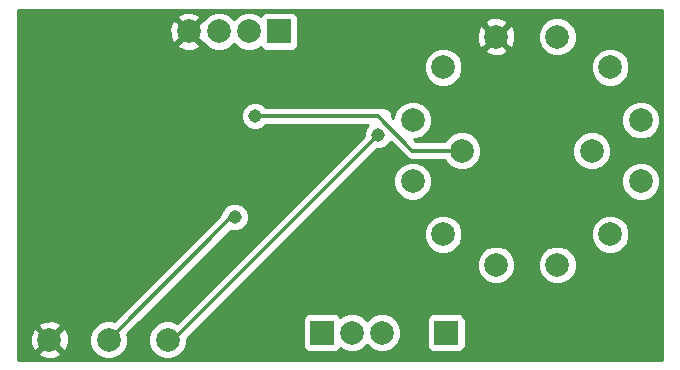
<source format=gbl>
G04 (created by PCBNEW (2013-03-31 BZR 4008)-stable) date 2013-07-27 3:47:37 PM*
%MOIN*%
G04 Gerber Fmt 3.4, Leading zero omitted, Abs format*
%FSLAX34Y34*%
G01*
G70*
G90*
G04 APERTURE LIST*
%ADD10C,0.006*%
%ADD11C,0.0787*%
%ADD12R,0.0787X0.0787*%
%ADD13C,0.0787402*%
%ADD14C,0.045*%
%ADD15C,0.012*%
%ADD16C,0.01*%
G04 APERTURE END LIST*
G54D10*
G54D11*
X13543Y-19133D03*
X11574Y-19133D03*
X15511Y-19133D03*
G54D12*
X19216Y-8858D03*
G54D11*
X18216Y-8858D03*
X17216Y-8858D03*
X16216Y-8858D03*
G54D12*
X24803Y-18897D03*
G54D11*
X21653Y-18897D03*
X22653Y-18897D03*
G54D12*
X20653Y-18897D03*
G54D13*
X23677Y-11814D03*
X24696Y-10051D03*
X26460Y-9031D03*
X28500Y-9031D03*
X30263Y-10051D03*
X31283Y-11814D03*
X29645Y-12834D03*
X25314Y-12834D03*
X23677Y-13854D03*
X24696Y-15618D03*
X26460Y-16637D03*
X28500Y-16637D03*
X30263Y-15618D03*
X31283Y-13854D03*
G54D14*
X16173Y-14888D03*
X12995Y-18504D03*
X17546Y-11730D03*
X15758Y-18168D03*
X23084Y-16318D03*
X24180Y-14780D03*
X22539Y-12303D03*
X17744Y-15039D03*
X18419Y-11679D03*
G54D15*
X15708Y-19133D02*
X15511Y-19133D01*
X22539Y-12303D02*
X15708Y-19133D01*
X17638Y-15039D02*
X13543Y-19133D01*
X17744Y-15039D02*
X17638Y-15039D01*
X22517Y-11679D02*
X18419Y-11679D01*
X23672Y-12834D02*
X25314Y-12834D01*
X22517Y-11679D02*
X23672Y-12834D01*
G54D10*
G36*
X32003Y-19799D02*
X31927Y-19799D01*
X31927Y-13726D01*
X31927Y-11687D01*
X31829Y-11450D01*
X31648Y-11269D01*
X31412Y-11171D01*
X31155Y-11171D01*
X30919Y-11268D01*
X30907Y-11280D01*
X30907Y-9923D01*
X30809Y-9687D01*
X30628Y-9505D01*
X30392Y-9407D01*
X30136Y-9407D01*
X29899Y-9505D01*
X29718Y-9686D01*
X29620Y-9922D01*
X29619Y-10178D01*
X29717Y-10415D01*
X29898Y-10596D01*
X30135Y-10694D01*
X30391Y-10694D01*
X30627Y-10597D01*
X30809Y-10416D01*
X30907Y-10179D01*
X30907Y-9923D01*
X30907Y-11280D01*
X30738Y-11449D01*
X30639Y-11686D01*
X30639Y-11942D01*
X30737Y-12179D01*
X30918Y-12360D01*
X31154Y-12458D01*
X31410Y-12458D01*
X31647Y-12360D01*
X31828Y-12180D01*
X31927Y-11943D01*
X31927Y-11687D01*
X31927Y-13726D01*
X31829Y-13490D01*
X31648Y-13308D01*
X31412Y-13210D01*
X31155Y-13210D01*
X30919Y-13308D01*
X30738Y-13489D01*
X30639Y-13725D01*
X30639Y-13981D01*
X30737Y-14218D01*
X30918Y-14399D01*
X31154Y-14497D01*
X31410Y-14498D01*
X31647Y-14400D01*
X31828Y-14219D01*
X31927Y-13982D01*
X31927Y-13726D01*
X31927Y-19799D01*
X30907Y-19799D01*
X30907Y-15490D01*
X30809Y-15253D01*
X30628Y-15072D01*
X30392Y-14974D01*
X30289Y-14974D01*
X30289Y-12707D01*
X30191Y-12470D01*
X30010Y-12289D01*
X29774Y-12191D01*
X29518Y-12190D01*
X29281Y-12288D01*
X29143Y-12426D01*
X29143Y-8904D01*
X29046Y-8667D01*
X28865Y-8486D01*
X28628Y-8387D01*
X28372Y-8387D01*
X28135Y-8485D01*
X27954Y-8666D01*
X27856Y-8902D01*
X27856Y-9158D01*
X27953Y-9395D01*
X28134Y-9576D01*
X28371Y-9675D01*
X28627Y-9675D01*
X28864Y-9577D01*
X29045Y-9396D01*
X29143Y-9160D01*
X29143Y-8904D01*
X29143Y-12426D01*
X29100Y-12469D01*
X29002Y-12706D01*
X29001Y-12962D01*
X29099Y-13198D01*
X29280Y-13380D01*
X29517Y-13478D01*
X29773Y-13478D01*
X30009Y-13380D01*
X30191Y-13199D01*
X30289Y-12963D01*
X30289Y-12707D01*
X30289Y-14974D01*
X30136Y-14974D01*
X29899Y-15072D01*
X29718Y-15253D01*
X29620Y-15489D01*
X29619Y-15745D01*
X29717Y-15982D01*
X29898Y-16163D01*
X30135Y-16261D01*
X30391Y-16261D01*
X30627Y-16164D01*
X30809Y-15983D01*
X30907Y-15746D01*
X30907Y-15490D01*
X30907Y-19799D01*
X29143Y-19799D01*
X29143Y-16510D01*
X29046Y-16273D01*
X28865Y-16092D01*
X28628Y-15994D01*
X28372Y-15993D01*
X28135Y-16091D01*
X27954Y-16272D01*
X27856Y-16509D01*
X27856Y-16765D01*
X27953Y-17001D01*
X28134Y-17183D01*
X28371Y-17281D01*
X28627Y-17281D01*
X28864Y-17183D01*
X29045Y-17002D01*
X29143Y-16766D01*
X29143Y-16510D01*
X29143Y-19799D01*
X27108Y-19799D01*
X27108Y-9135D01*
X27099Y-8879D01*
X27019Y-8687D01*
X26914Y-8648D01*
X26843Y-8719D01*
X26843Y-8577D01*
X26804Y-8472D01*
X26564Y-8383D01*
X26308Y-8392D01*
X26116Y-8472D01*
X26077Y-8577D01*
X26460Y-8960D01*
X26843Y-8577D01*
X26843Y-8719D01*
X26531Y-9031D01*
X26914Y-9414D01*
X27019Y-9375D01*
X27108Y-9135D01*
X27108Y-19799D01*
X27104Y-19799D01*
X27104Y-16510D01*
X27006Y-16273D01*
X26843Y-16110D01*
X26843Y-9485D01*
X26460Y-9102D01*
X26389Y-9172D01*
X26389Y-9031D01*
X26006Y-8648D01*
X25901Y-8687D01*
X25812Y-8927D01*
X25822Y-9183D01*
X25901Y-9375D01*
X26006Y-9414D01*
X26389Y-9031D01*
X26389Y-9172D01*
X26077Y-9485D01*
X26116Y-9590D01*
X26356Y-9679D01*
X26612Y-9670D01*
X26804Y-9590D01*
X26843Y-9485D01*
X26843Y-16110D01*
X26825Y-16092D01*
X26589Y-15994D01*
X26333Y-15993D01*
X26096Y-16091D01*
X25958Y-16229D01*
X25958Y-12707D01*
X25860Y-12470D01*
X25680Y-12289D01*
X25443Y-12191D01*
X25340Y-12190D01*
X25340Y-9923D01*
X25242Y-9687D01*
X25061Y-9505D01*
X24825Y-9407D01*
X24569Y-9407D01*
X24332Y-9505D01*
X24151Y-9686D01*
X24053Y-9922D01*
X24053Y-10178D01*
X24150Y-10415D01*
X24331Y-10596D01*
X24568Y-10694D01*
X24824Y-10694D01*
X25061Y-10597D01*
X25242Y-10416D01*
X25340Y-10179D01*
X25340Y-9923D01*
X25340Y-12190D01*
X25187Y-12190D01*
X24950Y-12288D01*
X24769Y-12469D01*
X24746Y-12524D01*
X23800Y-12524D01*
X23734Y-12458D01*
X23804Y-12458D01*
X24041Y-12360D01*
X24222Y-12180D01*
X24320Y-11943D01*
X24320Y-11687D01*
X24223Y-11450D01*
X24042Y-11269D01*
X23805Y-11171D01*
X23549Y-11171D01*
X23313Y-11268D01*
X23131Y-11449D01*
X23033Y-11686D01*
X23033Y-11757D01*
X22996Y-11721D01*
X23005Y-11679D01*
X22981Y-11561D01*
X22914Y-11460D01*
X22813Y-11393D01*
X22695Y-11369D01*
X22517Y-11369D01*
X19860Y-11369D01*
X19860Y-9202D01*
X19860Y-8415D01*
X19822Y-8323D01*
X19751Y-8252D01*
X19659Y-8214D01*
X19560Y-8214D01*
X18773Y-8214D01*
X18681Y-8252D01*
X18611Y-8322D01*
X18605Y-8336D01*
X18581Y-8313D01*
X18345Y-8214D01*
X18089Y-8214D01*
X17852Y-8312D01*
X17716Y-8448D01*
X17581Y-8313D01*
X17345Y-8214D01*
X17089Y-8214D01*
X16852Y-8312D01*
X16684Y-8480D01*
X16670Y-8475D01*
X16599Y-8546D01*
X16599Y-8404D01*
X16560Y-8299D01*
X16320Y-8210D01*
X16064Y-8219D01*
X15872Y-8299D01*
X15833Y-8404D01*
X16216Y-8787D01*
X16599Y-8404D01*
X16599Y-8546D01*
X16287Y-8858D01*
X16670Y-9241D01*
X16684Y-9235D01*
X16851Y-9403D01*
X17087Y-9501D01*
X17343Y-9501D01*
X17580Y-9404D01*
X17716Y-9268D01*
X17851Y-9403D01*
X18087Y-9501D01*
X18343Y-9501D01*
X18580Y-9404D01*
X18605Y-9379D01*
X18610Y-9393D01*
X18681Y-9463D01*
X18773Y-9501D01*
X18872Y-9501D01*
X19659Y-9501D01*
X19751Y-9463D01*
X19821Y-9393D01*
X19859Y-9301D01*
X19860Y-9202D01*
X19860Y-11369D01*
X18781Y-11369D01*
X18689Y-11277D01*
X18514Y-11204D01*
X18325Y-11204D01*
X18151Y-11276D01*
X18017Y-11410D01*
X17944Y-11584D01*
X17944Y-11773D01*
X18016Y-11948D01*
X18150Y-12082D01*
X18324Y-12154D01*
X18513Y-12154D01*
X18688Y-12082D01*
X18781Y-11989D01*
X22180Y-11989D01*
X22136Y-12033D01*
X22064Y-12208D01*
X22064Y-12339D01*
X18219Y-16184D01*
X18219Y-14945D01*
X18147Y-14770D01*
X18013Y-14636D01*
X17839Y-14564D01*
X17650Y-14564D01*
X17475Y-14636D01*
X17342Y-14769D01*
X17269Y-14944D01*
X17269Y-14969D01*
X16599Y-15639D01*
X16599Y-9311D01*
X16216Y-8928D01*
X16145Y-8999D01*
X16145Y-8858D01*
X15762Y-8475D01*
X15657Y-8514D01*
X15568Y-8754D01*
X15578Y-9009D01*
X15657Y-9202D01*
X15762Y-9241D01*
X16145Y-8858D01*
X16145Y-8999D01*
X15833Y-9311D01*
X15872Y-9416D01*
X16112Y-9506D01*
X16368Y-9496D01*
X16560Y-9416D01*
X16599Y-9311D01*
X16599Y-15639D01*
X13725Y-18512D01*
X13671Y-18490D01*
X13415Y-18490D01*
X13179Y-18588D01*
X12998Y-18768D01*
X12899Y-19005D01*
X12899Y-19261D01*
X12997Y-19497D01*
X13178Y-19679D01*
X13414Y-19777D01*
X13670Y-19777D01*
X13907Y-19679D01*
X14088Y-19498D01*
X14186Y-19262D01*
X14186Y-19006D01*
X14164Y-18951D01*
X17615Y-15499D01*
X17649Y-15514D01*
X17838Y-15514D01*
X18013Y-15442D01*
X18146Y-15308D01*
X18219Y-15134D01*
X18219Y-14945D01*
X18219Y-16184D01*
X15833Y-18570D01*
X15640Y-18490D01*
X15384Y-18490D01*
X15147Y-18588D01*
X14966Y-18768D01*
X14868Y-19005D01*
X14868Y-19261D01*
X14965Y-19497D01*
X15146Y-19679D01*
X15383Y-19777D01*
X15639Y-19777D01*
X15875Y-19679D01*
X16057Y-19498D01*
X16155Y-19262D01*
X16155Y-19125D01*
X22502Y-12778D01*
X22633Y-12778D01*
X22808Y-12706D01*
X22941Y-12572D01*
X22950Y-12551D01*
X23452Y-13053D01*
X23452Y-13053D01*
X23513Y-13094D01*
X23553Y-13121D01*
X23553Y-13121D01*
X23672Y-13144D01*
X24746Y-13144D01*
X24768Y-13198D01*
X24949Y-13380D01*
X25186Y-13478D01*
X25442Y-13478D01*
X25679Y-13380D01*
X25860Y-13199D01*
X25958Y-12963D01*
X25958Y-12707D01*
X25958Y-16229D01*
X25915Y-16272D01*
X25817Y-16509D01*
X25816Y-16765D01*
X25914Y-17001D01*
X26095Y-17183D01*
X26332Y-17281D01*
X26588Y-17281D01*
X26824Y-17183D01*
X27006Y-17002D01*
X27104Y-16766D01*
X27104Y-16510D01*
X27104Y-19799D01*
X25446Y-19799D01*
X25446Y-19241D01*
X25446Y-18454D01*
X25408Y-18362D01*
X25340Y-18294D01*
X25340Y-15490D01*
X25242Y-15253D01*
X25061Y-15072D01*
X24825Y-14974D01*
X24569Y-14974D01*
X24332Y-15072D01*
X24320Y-15083D01*
X24320Y-13726D01*
X24223Y-13490D01*
X24042Y-13308D01*
X23805Y-13210D01*
X23549Y-13210D01*
X23313Y-13308D01*
X23131Y-13489D01*
X23033Y-13725D01*
X23033Y-13981D01*
X23131Y-14218D01*
X23312Y-14399D01*
X23548Y-14497D01*
X23804Y-14498D01*
X24041Y-14400D01*
X24222Y-14219D01*
X24320Y-13982D01*
X24320Y-13726D01*
X24320Y-15083D01*
X24151Y-15253D01*
X24053Y-15489D01*
X24053Y-15745D01*
X24150Y-15982D01*
X24331Y-16163D01*
X24568Y-16261D01*
X24824Y-16261D01*
X25061Y-16164D01*
X25242Y-15983D01*
X25340Y-15746D01*
X25340Y-15490D01*
X25340Y-18294D01*
X25338Y-18292D01*
X25246Y-18254D01*
X25147Y-18254D01*
X24360Y-18254D01*
X24268Y-18292D01*
X24197Y-18362D01*
X24159Y-18454D01*
X24159Y-18553D01*
X24159Y-19340D01*
X24197Y-19432D01*
X24267Y-19502D01*
X24359Y-19541D01*
X24459Y-19541D01*
X25246Y-19541D01*
X25338Y-19503D01*
X25408Y-19432D01*
X25446Y-19341D01*
X25446Y-19241D01*
X25446Y-19799D01*
X23297Y-19799D01*
X23297Y-18770D01*
X23199Y-18533D01*
X23018Y-18352D01*
X22782Y-18254D01*
X22526Y-18254D01*
X22289Y-18351D01*
X22153Y-18487D01*
X22018Y-18352D01*
X21782Y-18254D01*
X21526Y-18254D01*
X21289Y-18351D01*
X21264Y-18376D01*
X21259Y-18362D01*
X21188Y-18292D01*
X21096Y-18254D01*
X20997Y-18254D01*
X20210Y-18254D01*
X20118Y-18292D01*
X20048Y-18362D01*
X20010Y-18454D01*
X20010Y-18553D01*
X20010Y-19340D01*
X20047Y-19432D01*
X20118Y-19502D01*
X20210Y-19541D01*
X20309Y-19541D01*
X21096Y-19541D01*
X21188Y-19503D01*
X21258Y-19432D01*
X21264Y-19418D01*
X21288Y-19442D01*
X21524Y-19541D01*
X21780Y-19541D01*
X22017Y-19443D01*
X22153Y-19307D01*
X22288Y-19442D01*
X22524Y-19541D01*
X22780Y-19541D01*
X23017Y-19443D01*
X23198Y-19262D01*
X23296Y-19026D01*
X23297Y-18770D01*
X23297Y-19799D01*
X12598Y-19799D01*
X12222Y-19799D01*
X12222Y-19237D01*
X12213Y-18982D01*
X12133Y-18789D01*
X12028Y-18750D01*
X11957Y-18821D01*
X11957Y-18680D01*
X11918Y-18575D01*
X11678Y-18486D01*
X11423Y-18495D01*
X11230Y-18575D01*
X11191Y-18680D01*
X11574Y-19063D01*
X11957Y-18680D01*
X11957Y-18821D01*
X11645Y-19133D01*
X12028Y-19516D01*
X12133Y-19477D01*
X12222Y-19237D01*
X12222Y-19799D01*
X11957Y-19799D01*
X11957Y-19587D01*
X11574Y-19204D01*
X11504Y-19275D01*
X11504Y-19133D01*
X11121Y-18750D01*
X11016Y-18789D01*
X10927Y-19029D01*
X10936Y-19285D01*
X11016Y-19477D01*
X11121Y-19516D01*
X11504Y-19133D01*
X11504Y-19275D01*
X11191Y-19587D01*
X11230Y-19692D01*
X11470Y-19781D01*
X11726Y-19772D01*
X11918Y-19692D01*
X11957Y-19587D01*
X11957Y-19799D01*
X10515Y-19799D01*
X10515Y-8153D01*
X12598Y-8153D01*
X32003Y-8153D01*
X32003Y-19799D01*
X32003Y-19799D01*
G37*
G54D16*
X32003Y-19799D02*
X31927Y-19799D01*
X31927Y-13726D01*
X31927Y-11687D01*
X31829Y-11450D01*
X31648Y-11269D01*
X31412Y-11171D01*
X31155Y-11171D01*
X30919Y-11268D01*
X30907Y-11280D01*
X30907Y-9923D01*
X30809Y-9687D01*
X30628Y-9505D01*
X30392Y-9407D01*
X30136Y-9407D01*
X29899Y-9505D01*
X29718Y-9686D01*
X29620Y-9922D01*
X29619Y-10178D01*
X29717Y-10415D01*
X29898Y-10596D01*
X30135Y-10694D01*
X30391Y-10694D01*
X30627Y-10597D01*
X30809Y-10416D01*
X30907Y-10179D01*
X30907Y-9923D01*
X30907Y-11280D01*
X30738Y-11449D01*
X30639Y-11686D01*
X30639Y-11942D01*
X30737Y-12179D01*
X30918Y-12360D01*
X31154Y-12458D01*
X31410Y-12458D01*
X31647Y-12360D01*
X31828Y-12180D01*
X31927Y-11943D01*
X31927Y-11687D01*
X31927Y-13726D01*
X31829Y-13490D01*
X31648Y-13308D01*
X31412Y-13210D01*
X31155Y-13210D01*
X30919Y-13308D01*
X30738Y-13489D01*
X30639Y-13725D01*
X30639Y-13981D01*
X30737Y-14218D01*
X30918Y-14399D01*
X31154Y-14497D01*
X31410Y-14498D01*
X31647Y-14400D01*
X31828Y-14219D01*
X31927Y-13982D01*
X31927Y-13726D01*
X31927Y-19799D01*
X30907Y-19799D01*
X30907Y-15490D01*
X30809Y-15253D01*
X30628Y-15072D01*
X30392Y-14974D01*
X30289Y-14974D01*
X30289Y-12707D01*
X30191Y-12470D01*
X30010Y-12289D01*
X29774Y-12191D01*
X29518Y-12190D01*
X29281Y-12288D01*
X29143Y-12426D01*
X29143Y-8904D01*
X29046Y-8667D01*
X28865Y-8486D01*
X28628Y-8387D01*
X28372Y-8387D01*
X28135Y-8485D01*
X27954Y-8666D01*
X27856Y-8902D01*
X27856Y-9158D01*
X27953Y-9395D01*
X28134Y-9576D01*
X28371Y-9675D01*
X28627Y-9675D01*
X28864Y-9577D01*
X29045Y-9396D01*
X29143Y-9160D01*
X29143Y-8904D01*
X29143Y-12426D01*
X29100Y-12469D01*
X29002Y-12706D01*
X29001Y-12962D01*
X29099Y-13198D01*
X29280Y-13380D01*
X29517Y-13478D01*
X29773Y-13478D01*
X30009Y-13380D01*
X30191Y-13199D01*
X30289Y-12963D01*
X30289Y-12707D01*
X30289Y-14974D01*
X30136Y-14974D01*
X29899Y-15072D01*
X29718Y-15253D01*
X29620Y-15489D01*
X29619Y-15745D01*
X29717Y-15982D01*
X29898Y-16163D01*
X30135Y-16261D01*
X30391Y-16261D01*
X30627Y-16164D01*
X30809Y-15983D01*
X30907Y-15746D01*
X30907Y-15490D01*
X30907Y-19799D01*
X29143Y-19799D01*
X29143Y-16510D01*
X29046Y-16273D01*
X28865Y-16092D01*
X28628Y-15994D01*
X28372Y-15993D01*
X28135Y-16091D01*
X27954Y-16272D01*
X27856Y-16509D01*
X27856Y-16765D01*
X27953Y-17001D01*
X28134Y-17183D01*
X28371Y-17281D01*
X28627Y-17281D01*
X28864Y-17183D01*
X29045Y-17002D01*
X29143Y-16766D01*
X29143Y-16510D01*
X29143Y-19799D01*
X27108Y-19799D01*
X27108Y-9135D01*
X27099Y-8879D01*
X27019Y-8687D01*
X26914Y-8648D01*
X26843Y-8719D01*
X26843Y-8577D01*
X26804Y-8472D01*
X26564Y-8383D01*
X26308Y-8392D01*
X26116Y-8472D01*
X26077Y-8577D01*
X26460Y-8960D01*
X26843Y-8577D01*
X26843Y-8719D01*
X26531Y-9031D01*
X26914Y-9414D01*
X27019Y-9375D01*
X27108Y-9135D01*
X27108Y-19799D01*
X27104Y-19799D01*
X27104Y-16510D01*
X27006Y-16273D01*
X26843Y-16110D01*
X26843Y-9485D01*
X26460Y-9102D01*
X26389Y-9172D01*
X26389Y-9031D01*
X26006Y-8648D01*
X25901Y-8687D01*
X25812Y-8927D01*
X25822Y-9183D01*
X25901Y-9375D01*
X26006Y-9414D01*
X26389Y-9031D01*
X26389Y-9172D01*
X26077Y-9485D01*
X26116Y-9590D01*
X26356Y-9679D01*
X26612Y-9670D01*
X26804Y-9590D01*
X26843Y-9485D01*
X26843Y-16110D01*
X26825Y-16092D01*
X26589Y-15994D01*
X26333Y-15993D01*
X26096Y-16091D01*
X25958Y-16229D01*
X25958Y-12707D01*
X25860Y-12470D01*
X25680Y-12289D01*
X25443Y-12191D01*
X25340Y-12190D01*
X25340Y-9923D01*
X25242Y-9687D01*
X25061Y-9505D01*
X24825Y-9407D01*
X24569Y-9407D01*
X24332Y-9505D01*
X24151Y-9686D01*
X24053Y-9922D01*
X24053Y-10178D01*
X24150Y-10415D01*
X24331Y-10596D01*
X24568Y-10694D01*
X24824Y-10694D01*
X25061Y-10597D01*
X25242Y-10416D01*
X25340Y-10179D01*
X25340Y-9923D01*
X25340Y-12190D01*
X25187Y-12190D01*
X24950Y-12288D01*
X24769Y-12469D01*
X24746Y-12524D01*
X23800Y-12524D01*
X23734Y-12458D01*
X23804Y-12458D01*
X24041Y-12360D01*
X24222Y-12180D01*
X24320Y-11943D01*
X24320Y-11687D01*
X24223Y-11450D01*
X24042Y-11269D01*
X23805Y-11171D01*
X23549Y-11171D01*
X23313Y-11268D01*
X23131Y-11449D01*
X23033Y-11686D01*
X23033Y-11757D01*
X22996Y-11721D01*
X23005Y-11679D01*
X22981Y-11561D01*
X22914Y-11460D01*
X22813Y-11393D01*
X22695Y-11369D01*
X22517Y-11369D01*
X19860Y-11369D01*
X19860Y-9202D01*
X19860Y-8415D01*
X19822Y-8323D01*
X19751Y-8252D01*
X19659Y-8214D01*
X19560Y-8214D01*
X18773Y-8214D01*
X18681Y-8252D01*
X18611Y-8322D01*
X18605Y-8336D01*
X18581Y-8313D01*
X18345Y-8214D01*
X18089Y-8214D01*
X17852Y-8312D01*
X17716Y-8448D01*
X17581Y-8313D01*
X17345Y-8214D01*
X17089Y-8214D01*
X16852Y-8312D01*
X16684Y-8480D01*
X16670Y-8475D01*
X16599Y-8546D01*
X16599Y-8404D01*
X16560Y-8299D01*
X16320Y-8210D01*
X16064Y-8219D01*
X15872Y-8299D01*
X15833Y-8404D01*
X16216Y-8787D01*
X16599Y-8404D01*
X16599Y-8546D01*
X16287Y-8858D01*
X16670Y-9241D01*
X16684Y-9235D01*
X16851Y-9403D01*
X17087Y-9501D01*
X17343Y-9501D01*
X17580Y-9404D01*
X17716Y-9268D01*
X17851Y-9403D01*
X18087Y-9501D01*
X18343Y-9501D01*
X18580Y-9404D01*
X18605Y-9379D01*
X18610Y-9393D01*
X18681Y-9463D01*
X18773Y-9501D01*
X18872Y-9501D01*
X19659Y-9501D01*
X19751Y-9463D01*
X19821Y-9393D01*
X19859Y-9301D01*
X19860Y-9202D01*
X19860Y-11369D01*
X18781Y-11369D01*
X18689Y-11277D01*
X18514Y-11204D01*
X18325Y-11204D01*
X18151Y-11276D01*
X18017Y-11410D01*
X17944Y-11584D01*
X17944Y-11773D01*
X18016Y-11948D01*
X18150Y-12082D01*
X18324Y-12154D01*
X18513Y-12154D01*
X18688Y-12082D01*
X18781Y-11989D01*
X22180Y-11989D01*
X22136Y-12033D01*
X22064Y-12208D01*
X22064Y-12339D01*
X18219Y-16184D01*
X18219Y-14945D01*
X18147Y-14770D01*
X18013Y-14636D01*
X17839Y-14564D01*
X17650Y-14564D01*
X17475Y-14636D01*
X17342Y-14769D01*
X17269Y-14944D01*
X17269Y-14969D01*
X16599Y-15639D01*
X16599Y-9311D01*
X16216Y-8928D01*
X16145Y-8999D01*
X16145Y-8858D01*
X15762Y-8475D01*
X15657Y-8514D01*
X15568Y-8754D01*
X15578Y-9009D01*
X15657Y-9202D01*
X15762Y-9241D01*
X16145Y-8858D01*
X16145Y-8999D01*
X15833Y-9311D01*
X15872Y-9416D01*
X16112Y-9506D01*
X16368Y-9496D01*
X16560Y-9416D01*
X16599Y-9311D01*
X16599Y-15639D01*
X13725Y-18512D01*
X13671Y-18490D01*
X13415Y-18490D01*
X13179Y-18588D01*
X12998Y-18768D01*
X12899Y-19005D01*
X12899Y-19261D01*
X12997Y-19497D01*
X13178Y-19679D01*
X13414Y-19777D01*
X13670Y-19777D01*
X13907Y-19679D01*
X14088Y-19498D01*
X14186Y-19262D01*
X14186Y-19006D01*
X14164Y-18951D01*
X17615Y-15499D01*
X17649Y-15514D01*
X17838Y-15514D01*
X18013Y-15442D01*
X18146Y-15308D01*
X18219Y-15134D01*
X18219Y-14945D01*
X18219Y-16184D01*
X15833Y-18570D01*
X15640Y-18490D01*
X15384Y-18490D01*
X15147Y-18588D01*
X14966Y-18768D01*
X14868Y-19005D01*
X14868Y-19261D01*
X14965Y-19497D01*
X15146Y-19679D01*
X15383Y-19777D01*
X15639Y-19777D01*
X15875Y-19679D01*
X16057Y-19498D01*
X16155Y-19262D01*
X16155Y-19125D01*
X22502Y-12778D01*
X22633Y-12778D01*
X22808Y-12706D01*
X22941Y-12572D01*
X22950Y-12551D01*
X23452Y-13053D01*
X23452Y-13053D01*
X23513Y-13094D01*
X23553Y-13121D01*
X23553Y-13121D01*
X23672Y-13144D01*
X24746Y-13144D01*
X24768Y-13198D01*
X24949Y-13380D01*
X25186Y-13478D01*
X25442Y-13478D01*
X25679Y-13380D01*
X25860Y-13199D01*
X25958Y-12963D01*
X25958Y-12707D01*
X25958Y-16229D01*
X25915Y-16272D01*
X25817Y-16509D01*
X25816Y-16765D01*
X25914Y-17001D01*
X26095Y-17183D01*
X26332Y-17281D01*
X26588Y-17281D01*
X26824Y-17183D01*
X27006Y-17002D01*
X27104Y-16766D01*
X27104Y-16510D01*
X27104Y-19799D01*
X25446Y-19799D01*
X25446Y-19241D01*
X25446Y-18454D01*
X25408Y-18362D01*
X25340Y-18294D01*
X25340Y-15490D01*
X25242Y-15253D01*
X25061Y-15072D01*
X24825Y-14974D01*
X24569Y-14974D01*
X24332Y-15072D01*
X24320Y-15083D01*
X24320Y-13726D01*
X24223Y-13490D01*
X24042Y-13308D01*
X23805Y-13210D01*
X23549Y-13210D01*
X23313Y-13308D01*
X23131Y-13489D01*
X23033Y-13725D01*
X23033Y-13981D01*
X23131Y-14218D01*
X23312Y-14399D01*
X23548Y-14497D01*
X23804Y-14498D01*
X24041Y-14400D01*
X24222Y-14219D01*
X24320Y-13982D01*
X24320Y-13726D01*
X24320Y-15083D01*
X24151Y-15253D01*
X24053Y-15489D01*
X24053Y-15745D01*
X24150Y-15982D01*
X24331Y-16163D01*
X24568Y-16261D01*
X24824Y-16261D01*
X25061Y-16164D01*
X25242Y-15983D01*
X25340Y-15746D01*
X25340Y-15490D01*
X25340Y-18294D01*
X25338Y-18292D01*
X25246Y-18254D01*
X25147Y-18254D01*
X24360Y-18254D01*
X24268Y-18292D01*
X24197Y-18362D01*
X24159Y-18454D01*
X24159Y-18553D01*
X24159Y-19340D01*
X24197Y-19432D01*
X24267Y-19502D01*
X24359Y-19541D01*
X24459Y-19541D01*
X25246Y-19541D01*
X25338Y-19503D01*
X25408Y-19432D01*
X25446Y-19341D01*
X25446Y-19241D01*
X25446Y-19799D01*
X23297Y-19799D01*
X23297Y-18770D01*
X23199Y-18533D01*
X23018Y-18352D01*
X22782Y-18254D01*
X22526Y-18254D01*
X22289Y-18351D01*
X22153Y-18487D01*
X22018Y-18352D01*
X21782Y-18254D01*
X21526Y-18254D01*
X21289Y-18351D01*
X21264Y-18376D01*
X21259Y-18362D01*
X21188Y-18292D01*
X21096Y-18254D01*
X20997Y-18254D01*
X20210Y-18254D01*
X20118Y-18292D01*
X20048Y-18362D01*
X20010Y-18454D01*
X20010Y-18553D01*
X20010Y-19340D01*
X20047Y-19432D01*
X20118Y-19502D01*
X20210Y-19541D01*
X20309Y-19541D01*
X21096Y-19541D01*
X21188Y-19503D01*
X21258Y-19432D01*
X21264Y-19418D01*
X21288Y-19442D01*
X21524Y-19541D01*
X21780Y-19541D01*
X22017Y-19443D01*
X22153Y-19307D01*
X22288Y-19442D01*
X22524Y-19541D01*
X22780Y-19541D01*
X23017Y-19443D01*
X23198Y-19262D01*
X23296Y-19026D01*
X23297Y-18770D01*
X23297Y-19799D01*
X12598Y-19799D01*
X12222Y-19799D01*
X12222Y-19237D01*
X12213Y-18982D01*
X12133Y-18789D01*
X12028Y-18750D01*
X11957Y-18821D01*
X11957Y-18680D01*
X11918Y-18575D01*
X11678Y-18486D01*
X11423Y-18495D01*
X11230Y-18575D01*
X11191Y-18680D01*
X11574Y-19063D01*
X11957Y-18680D01*
X11957Y-18821D01*
X11645Y-19133D01*
X12028Y-19516D01*
X12133Y-19477D01*
X12222Y-19237D01*
X12222Y-19799D01*
X11957Y-19799D01*
X11957Y-19587D01*
X11574Y-19204D01*
X11504Y-19275D01*
X11504Y-19133D01*
X11121Y-18750D01*
X11016Y-18789D01*
X10927Y-19029D01*
X10936Y-19285D01*
X11016Y-19477D01*
X11121Y-19516D01*
X11504Y-19133D01*
X11504Y-19275D01*
X11191Y-19587D01*
X11230Y-19692D01*
X11470Y-19781D01*
X11726Y-19772D01*
X11918Y-19692D01*
X11957Y-19587D01*
X11957Y-19799D01*
X10515Y-19799D01*
X10515Y-8153D01*
X12598Y-8153D01*
X32003Y-8153D01*
X32003Y-19799D01*
M02*

</source>
